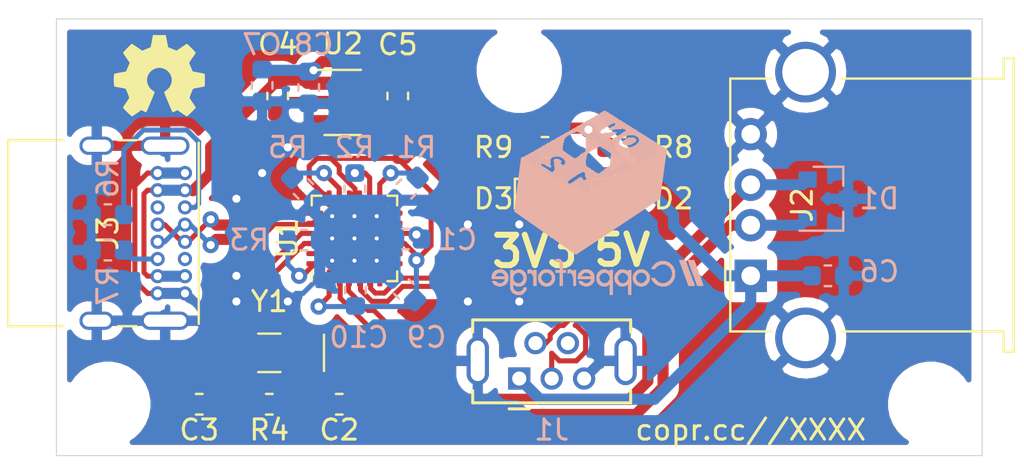
<source format=kicad_pcb>
(kicad_pcb (version 20171130) (host pcbnew "(5.1.2)-1")
  (layers (0 F.Cu mixed) (31 B.Cu mixed hide) (34 B.Paste user hide) (35 F.Paste user) (36 B.SilkS user hide) (37 F.SilkS user) (38 B.Mask user hide) (39 F.Mask user) (44 Edge.Cuts user))
  (net 0 "")
  (net 1 "Net-(C1-Pad2)")
  (net 2 GND)
  (net 3 /XTAL_I)
  (net 4 /XTAL_O)
  (net 5 +5V)
  (net 6 +3V3)
  (net 7 /D2+)
  (net 8 /D2-)
  (net 9 "Net-(D2-Pad2)")
  (net 10 "Net-(D3-Pad2)")
  (net 11 "Net-(J1-Pad4)")
  (net 12 /D1+)
  (net 13 /D1-)
  (net 14 /DIN+)
  (net 15 "Net-(J3-PadB5)")
  (net 16 "Net-(J3-PadB8)")
  (net 17 /DIN-)
  (net 18 "Net-(J3-PadA8)")
  (net 19 "Net-(J3-PadA5)")
  (net 20 "Net-(R1-Pad1)")
  (net 21 "Net-(R2-Pad1)")
  (net 22 "Net-(R3-Pad1)")
  (net 23 "Net-(R5-Pad2)")
  (net 24 "Net-(U1-Pad23)")
  (net 25 "Net-(U1-Pad12)")
  (net 26 "Net-(U1-Pad11)")
  (net 27 "Net-(U1-Pad8)")
  (net 28 "Net-(U1-Pad7)")
  (net 29 "Net-(U1-Pad6)")
  (net 30 "Net-(U2-Pad4)")
  (module Symbol:DD_IRL_NoLegs (layer B.Cu) (at 143.51 68.58 180)
    (fp_text reference DD hide)
    (fp_text value "" (at 0 0 180) (layer B.SilkS) (effects (font (size 1.27 1.27)) (justify mirror)))
  )
  (module Symbol:CU_Logo_LG (layer B.Cu) (at 144.78 77.47 180)
    (fp_text reference LOGO hide)
    (fp_text value "" (at 0 0) (layer B.SilkS) (effects (font (size 1.27 1.27)) (justify mirror)))
  )
  (module Symbol:OSHW-Logo_Custom_5.7x6mm_SilkScreen (layer F.Cu) (at 116.84 69.85)
    (fp_text reference REF** hide)
    (fp_text value OSHW-Logo_Custom_5.7x6mm_SilkScreen hide)
  )
  (module Capacitor_SMD:C_0603_1608Metric (layer B.Cu) (at 126.52999 79.445326 270)
    (fp_text reference C10 (at 2.334674 -0.17001 180) (layer B.SilkS) (effects (justify mirror)))
    (fp_text value 0.1uF)
    (pad 2 smd roundrect (at 0.7875 0 270) (size 0.875 0.95) (layers B.Cu B.Paste B.Mask) (net 6 +3V3))
    (pad 1 smd roundrect (at -0.7875 0 270) (size 0.875 0.95) (layers B.Cu B.Paste B.Mask) (net 2 GND))
  )
  (module Connector_USB:USB_Mini-B_Tensility_54-00023_Vertical (layer F.Cu) (at 134.62 83.82)
    (fp_text reference J1 (at 1.6 2.54) (layer B.SilkS) (effects (justify mirror)))
    (fp_text value USB_B_Mini)
    (pad 6 thru_hole oval (at 5.25 -0.875) (size 1.1 2.4) (drill oval 0.7 2) (layers *.Cu *.Mask) (net 2 GND))
    (pad 6 thru_hole oval (at -2.05 -0.875) (size 1.1 2.4) (drill oval 0.7 2) (layers *.Cu *.Mask) (net 2 GND))
    (pad 5 thru_hole circle (at 3.2 0) (size 1.1 1.1) (drill 0.7) (layers *.Cu *.Mask) (net 2 GND))
    (pad 4 thru_hole circle (at 2.4 -1.75) (size 1.1 1.1) (drill 0.7) (layers *.Cu *.Mask) (net 11 "Net-(J1-Pad4)"))
    (pad 3 thru_hole circle (at 1.6 0) (size 1.1 1.1) (drill 0.7) (layers *.Cu *.Mask) (net 12 /D1+))
    (pad 2 thru_hole circle (at 0.8 -1.75) (size 1.1 1.1) (drill 0.7) (layers *.Cu *.Mask) (net 13 /D1-))
    (pad 1 thru_hole rect (at 0 0) (size 1.1 1.1) (drill 0.7) (layers *.Cu *.Mask) (net 5 +5V))
  )
  (module MountingHole:MountingHole_3.2mm_M3 (layer F.Cu) (at 154.94 85.09)
    (fp_text reference REF**)
    (fp_text value MountingHole_3.2mm_M3)
    (pad 1 np_thru_hole circle (at 0 0) (size 3.2 3.2) (drill 3.2) (layers *.Cu *.Mask))
  )
  (module MountingHole:MountingHole_3.2mm_M3 (layer F.Cu) (at 114.3 85.09)
    (fp_text reference REF** hide)
    (fp_text value MountingHole_3.2mm_M3)
    (pad 1 np_thru_hole circle (at 0 0) (size 3.2 3.2) (drill 3.2) (layers *.Cu *.Mask))
  )
  (module MountingHole:MountingHole_3.2mm_M3 (layer F.Cu) (at 134.62 68.58)
    (fp_text reference REF**)
    (fp_text value MountingHole_3.2mm_M3)
    (pad 1 np_thru_hole circle (at 0 0) (size 3.2 3.2) (drill 3.2) (layers *.Cu *.Mask))
  )
  (module Capacitor_SMD:C_0603_1608Metric (layer B.Cu) (at 128.92 79.39 135)
    (fp_text reference C9 (at -2.481945 -0.898026 180) (layer B.SilkS) (effects (justify mirror)))
    (fp_text value 1uF)
    (pad 2 smd roundrect (at 0.7875 0 135) (size 0.875 0.95) (layers B.Cu B.Paste B.Mask) (net 2 GND))
    (pad 1 smd roundrect (at -0.7875 0 135) (size 0.875 0.95) (layers B.Cu B.Paste B.Mask) (net 6 +3V3))
  )
  (module Package_DFN_QFN:QFN-24-1EP_4x4mm_P0.5mm_EP2.7x2.7mm_ThermalVias (layer F.Cu) (at 126.48 76.8925 90)
    (fp_text reference U1 (at 0 -3.32 90) (layer F.SilkS))
    (fp_text value USB2422)
    (pad 24 smd roundrect (at -1.25 -1.9625 90) (size 0.25 0.825) (layers F.Cu F.Paste F.Mask) (net 22 "Net-(R3-Pad1)"))
    (pad 23 smd roundrect (at -0.75 -1.9625 90) (size 0.25 0.825) (layers F.Cu F.Paste F.Mask) (net 24 "Net-(U1-Pad23)"))
    (pad 22 smd roundrect (at -0.25 -1.9625 90) (size 0.25 0.825) (layers F.Cu F.Paste F.Mask) (net 3 /XTAL_I))
    (pad 21 smd roundrect (at 0.25 -1.9625 90) (size 0.25 0.825) (layers F.Cu F.Paste F.Mask) (net 4 /XTAL_O))
    (pad 20 smd roundrect (at 0.75 -1.9625 90) (size 0.25 0.825) (layers F.Cu F.Paste F.Mask) (net 14 /DIN+))
    (pad 19 smd roundrect (at 1.25 -1.9625 90) (size 0.25 0.825) (layers F.Cu F.Paste F.Mask) (net 17 /DIN-))
    (pad 18 smd roundrect (at 1.9625 -1.25 90) (size 0.825 0.25) (layers F.Cu F.Paste F.Mask) (net 6 +3V3))
    (pad 17 smd roundrect (at 1.9625 -0.75 90) (size 0.825 0.25) (layers F.Cu F.Paste F.Mask) (net 23 "Net-(R5-Pad2)"))
    (pad 16 smd roundrect (at 1.9625 -0.25 90) (size 0.825 0.25) (layers F.Cu F.Paste F.Mask) (net 6 +3V3))
    (pad 15 smd roundrect (at 1.9625 0.25 90) (size 0.825 0.25) (layers F.Cu F.Paste F.Mask) (net 6 +3V3))
    (pad 14 smd roundrect (at 1.9625 0.75 90) (size 0.825 0.25) (layers F.Cu F.Paste F.Mask) (net 21 "Net-(R2-Pad1)"))
    (pad 13 smd roundrect (at 1.9625 1.25 90) (size 0.825 0.25) (layers F.Cu F.Paste F.Mask) (net 20 "Net-(R1-Pad1)"))
    (pad 12 smd roundrect (at 1.25 1.9625 90) (size 0.25 0.825) (layers F.Cu F.Paste F.Mask) (net 25 "Net-(U1-Pad12)"))
    (pad 11 smd roundrect (at 0.75 1.9625 90) (size 0.25 0.825) (layers F.Cu F.Paste F.Mask) (net 26 "Net-(U1-Pad11)"))
    (pad 10 smd roundrect (at 0.25 1.9625 90) (size 0.25 0.825) (layers F.Cu F.Paste F.Mask) (net 1 "Net-(C1-Pad2)"))
    (pad 9 smd roundrect (at -0.25 1.9625 90) (size 0.25 0.825) (layers F.Cu F.Paste F.Mask) (net 6 +3V3))
    (pad 8 smd roundrect (at -0.75 1.9625 90) (size 0.25 0.825) (layers F.Cu F.Paste F.Mask) (net 27 "Net-(U1-Pad8)"))
    (pad 7 smd roundrect (at -1.25 1.9625 90) (size 0.25 0.825) (layers F.Cu F.Paste F.Mask) (net 28 "Net-(U1-Pad7)"))
    (pad 6 smd roundrect (at -1.9625 1.25 90) (size 0.825 0.25) (layers F.Cu F.Paste F.Mask) (net 29 "Net-(U1-Pad6)"))
    (pad 5 smd roundrect (at -1.9625 0.75 90) (size 0.825 0.25) (layers F.Cu F.Paste F.Mask) (net 7 /D2+))
    (pad 4 smd roundrect (at -1.9625 0.25 90) (size 0.825 0.25) (layers F.Cu F.Paste F.Mask) (net 8 /D2-))
    (pad 3 smd roundrect (at -1.9625 -0.25 90) (size 0.825 0.25) (layers F.Cu F.Paste F.Mask) (net 12 /D1+))
    (pad 2 smd roundrect (at -1.9625 -0.75 90) (size 0.825 0.25) (layers F.Cu F.Paste F.Mask) (net 13 /D1-))
    (pad 1 smd roundrect (at -1.9625 -1.25 90) (size 0.825 0.25) (layers F.Cu F.Paste F.Mask) (net 6 +3V3))
    (pad 25 smd roundrect (at 0 0 90) (size 2.7 2.7) (layers B.Cu) (roundrect_rratio 0.09259299999999999) (net 2 GND))
    (pad 25 thru_hole circle (at 1.1 1.1 90) (size 0.5 0.5) (drill 0.2) (layers *.Cu) (net 2 GND))
    (pad 25 thru_hole circle (at 0 1.1 90) (size 0.5 0.5) (drill 0.2) (layers *.Cu) (net 2 GND))
    (pad 25 thru_hole circle (at -1.1 1.1 90) (size 0.5 0.5) (drill 0.2) (layers *.Cu) (net 2 GND))
    (pad 25 thru_hole circle (at 1.1 0 90) (size 0.5 0.5) (drill 0.2) (layers *.Cu) (net 2 GND))
    (pad 25 thru_hole circle (at 0 0 90) (size 0.5 0.5) (drill 0.2) (layers *.Cu) (net 2 GND))
    (pad 25 thru_hole circle (at -1.1 0 90) (size 0.5 0.5) (drill 0.2) (layers *.Cu) (net 2 GND))
    (pad 25 thru_hole circle (at 1.1 -1.1 90) (size 0.5 0.5) (drill 0.2) (layers *.Cu) (net 2 GND))
    (pad 25 thru_hole circle (at 0 -1.1 90) (size 0.5 0.5) (drill 0.2) (layers *.Cu) (net 2 GND))
    (pad 25 thru_hole circle (at -1.1 -1.1 90) (size 0.5 0.5) (drill 0.2) (layers *.Cu) (net 2 GND))
    (pad 25 smd roundrect (at 0 0 90) (size 2.7 2.7) (layers F.Cu F.Mask) (roundrect_rratio 0.09259299999999999) (net 2 GND))
  )
  (module Resistor_SMD:R_0603_1608Metric (layer B.Cu) (at 123.9775 76.97)
    (fp_text reference R3 (at -2.694077 0) (layer B.SilkS) (effects (justify mirror)))
    (fp_text value 12k)
    (pad 1 smd roundrect (at -0.7875 0) (size 0.875 0.95) (layers B.Cu B.Paste B.Mask) (net 22 "Net-(R3-Pad1)"))
    (pad 2 smd roundrect (at 0.7875 0) (size 0.875 0.95) (layers B.Cu B.Paste B.Mask) (net 2 GND))
  )
  (module Capacitor_SMD:C_0603_1608Metric (layer F.Cu) (at 122.69 69.85 270)
    (fp_text reference C4 (at -2.54 0 180) (layer F.SilkS))
    (fp_text value 1uF)
    (pad 2 smd roundrect (at 0.7875 0 270) (size 0.875 0.95) (layers F.Cu F.Paste F.Mask) (net 2 GND))
    (pad 1 smd roundrect (at -0.7875 0 270) (size 0.875 0.95) (layers F.Cu F.Paste F.Mask) (net 5 +5V))
  )
  (module Capacitor_SMD:C_0603_1608Metric (layer B.Cu) (at 129.0025 76.92)
    (fp_text reference C1 (at 2.5575 0.03) (layer B.SilkS) (effects (justify mirror)))
    (fp_text value 1uf)
    (pad 2 smd roundrect (at 0.7875 0) (size 0.875 0.95) (layers B.Cu B.Paste B.Mask) (net 1 "Net-(C1-Pad2)"))
    (pad 1 smd roundrect (at -0.7875 0) (size 0.875 0.95) (layers B.Cu B.Paste B.Mask) (net 2 GND))
  )
  (module Crystal:Crystal_SMD_G8-2Pin_3.2x1.5mm_HandSoldering (layer F.Cu) (at 122.275 82.55 180)
    (fp_text reference Y1 (at 0 2.54) (layer F.SilkS))
    (fp_text value 24M)
    (pad 2 smd rect (at 1.625 0 180) (size 1.75 1.8) (layers F.Cu F.Paste F.Mask) (net 4 /XTAL_O))
    (pad 1 smd rect (at -1.625 0 180) (size 1.75 1.8) (layers F.Cu F.Paste F.Mask) (net 3 /XTAL_I))
  )
  (module Package_TO_SOT_SMD:SOT-23-5 (layer F.Cu) (at 125.9 70.17)
    (fp_text reference U2 (at 0 -2.9) (layer F.SilkS))
    (fp_text value MIC5504-3.3YM5)
    (pad 5 smd rect (at 1.1 -0.95) (size 1.06 0.65) (layers F.Cu F.Paste F.Mask) (net 6 +3V3))
    (pad 4 smd rect (at 1.1 0.95) (size 1.06 0.65) (layers F.Cu F.Paste F.Mask) (net 30 "Net-(U2-Pad4)"))
    (pad 3 smd rect (at -1.1 0.95) (size 1.06 0.65) (layers F.Cu F.Paste F.Mask) (net 5 +5V))
    (pad 2 smd rect (at -1.1 0) (size 1.06 0.65) (layers F.Cu F.Paste F.Mask) (net 2 GND))
    (pad 1 smd rect (at -1.1 -0.95) (size 1.06 0.65) (layers F.Cu F.Paste F.Mask) (net 5 +5V))
  )
  (module Resistor_SMD:R_0603_1608Metric (layer F.Cu) (at 135.89 72.39 180)
    (fp_text reference R9 (at 2.54 0) (layer F.SilkS))
    (fp_text value 220)
    (pad 2 smd roundrect (at 0.7875 0 180) (size 0.875 0.95) (layers F.Cu F.Paste F.Mask) (net 6 +3V3))
    (pad 1 smd roundrect (at -0.7875 0 180) (size 0.875 0.95) (layers F.Cu F.Paste F.Mask) (net 10 "Net-(D3-Pad2)"))
  )
  (module Resistor_SMD:R_0603_1608Metric (layer F.Cu) (at 139.7 72.39 180)
    (fp_text reference R8 (at -2.54 0) (layer F.SilkS))
    (fp_text value 470)
    (pad 2 smd roundrect (at 0.7875 0 180) (size 0.875 0.95) (layers F.Cu F.Paste F.Mask) (net 5 +5V))
    (pad 1 smd roundrect (at -0.7875 0 180) (size 0.875 0.95) (layers F.Cu F.Paste F.Mask) (net 9 "Net-(D2-Pad2)"))
  )
  (module Resistor_SMD:R_0603_1608Metric (layer B.Cu) (at 114.3 77.47)
    (fp_text reference R7 (at 0 1.77 270) (layer B.SilkS) (effects (justify mirror)))
    (fp_text value 5.1k)
    (pad 2 smd roundrect (at 0.7875 0) (size 0.875 0.95) (layers B.Cu B.Paste B.Mask) (net 15 "Net-(J3-PadB5)"))
    (pad 1 smd roundrect (at -0.7875 0) (size 0.875 0.95) (layers B.Cu B.Paste B.Mask) (net 2 GND))
  )
  (module Resistor_SMD:R_0603_1608Metric (layer B.Cu) (at 114.3 75.7175)
    (fp_text reference R6 (at 0 -1.8075 90) (layer B.SilkS) (effects (justify mirror)))
    (fp_text value 5.1k)
    (pad 2 smd roundrect (at 0.7875 0) (size 0.875 0.95) (layers B.Cu B.Paste B.Mask) (net 19 "Net-(J3-PadA5)"))
    (pad 1 smd roundrect (at -0.7875 0) (size 0.875 0.95) (layers B.Cu B.Paste B.Mask) (net 2 GND))
  )
  (module Resistor_SMD:R_0603_1608Metric (layer B.Cu) (at 123.96 74.4475 135)
    (fp_text reference R5 (at 1.999344 0.9104) (layer B.SilkS) (effects (justify mirror)))
    (fp_text value 56k)
    (pad 2 smd roundrect (at 0.7875 0 135) (size 0.875 0.95) (layers B.Cu B.Paste B.Mask) (net 23 "Net-(R5-Pad2)"))
    (pad 1 smd roundrect (at -0.7875 0 135) (size 0.875 0.95) (layers B.Cu B.Paste B.Mask) (net 2 GND))
  )
  (module Resistor_SMD:R_0603_1608Metric (layer F.Cu) (at 122.275 85.09)
    (fp_text reference R4 (at 0 1.27) (layer F.SilkS))
    (fp_text value 1M)
    (pad 2 smd roundrect (at 0.7875 0) (size 0.875 0.95) (layers F.Cu F.Paste F.Mask) (net 3 /XTAL_I))
    (pad 1 smd roundrect (at -0.7875 0) (size 0.875 0.95) (layers F.Cu F.Paste F.Mask) (net 4 /XTAL_O))
  )
  (module Resistor_SMD:R_0603_1608Metric (layer B.Cu) (at 126.5 74.4475 270)
    (fp_text reference R2 (at -2.0575 0.02 180) (layer B.SilkS) (effects (justify mirror)))
    (fp_text value 56k)
    (pad 2 smd roundrect (at 0.7875 0 270) (size 0.875 0.95) (layers B.Cu B.Paste B.Mask) (net 2 GND))
    (pad 1 smd roundrect (at -0.7875 0 270) (size 0.875 0.95) (layers B.Cu B.Paste B.Mask) (net 21 "Net-(R2-Pad1)"))
  )
  (module Resistor_SMD:R_0603_1608Metric (layer B.Cu) (at 129.04 74.4475 225)
    (fp_text reference R1 (at -1.808426 1.101319) (layer B.SilkS) (effects (justify mirror)))
    (fp_text value 56k)
    (pad 2 smd roundrect (at 0.7875 0 225) (size 0.875 0.95) (layers B.Cu B.Paste B.Mask) (net 2 GND))
    (pad 1 smd roundrect (at -0.7875 0 225) (size 0.875 0.95) (layers B.Cu B.Paste B.Mask) (net 20 "Net-(R1-Pad1)"))
  )
  (module Connector_USB:USB_C_Receptacle_GCT_USB4085 (layer F.Cu) (at 118.11 73.66 270)
    (fp_text reference J3 (at 2.975 3.81 90) (layer F.SilkS))
    (fp_text value USB_C_Receptacle_USB2.0)
    (pad S1 thru_hole oval (at 7.3 4.36 270) (size 0.9 1.7) (drill oval 0.6 1.4) (layers *.Cu *.Mask) (net 2 GND))
    (pad S1 thru_hole oval (at -1.35 4.36 270) (size 0.9 1.7) (drill oval 0.6 1.4) (layers *.Cu *.Mask) (net 2 GND))
    (pad S1 thru_hole oval (at 7.3 0.98 270) (size 0.9 2.4) (drill oval 0.6 2.1) (layers *.Cu *.Mask) (net 2 GND))
    (pad S1 thru_hole oval (at -1.35 0.98 270) (size 0.9 2.4) (drill oval 0.6 2.1) (layers *.Cu *.Mask) (net 2 GND))
    (pad B6 thru_hole circle (at 3.4 1.35 270) (size 0.7 0.7) (drill 0.4) (layers *.Cu *.Mask) (net 14 /DIN+))
    (pad B1 thru_hole circle (at 5.95 1.35 270) (size 0.7 0.7) (drill 0.4) (layers *.Cu *.Mask) (net 2 GND))
    (pad B4 thru_hole circle (at 5.1 1.35 270) (size 0.7 0.7) (drill 0.4) (layers *.Cu *.Mask) (net 5 +5V))
    (pad B5 thru_hole circle (at 4.25 1.35 270) (size 0.7 0.7) (drill 0.4) (layers *.Cu *.Mask) (net 15 "Net-(J3-PadB5)"))
    (pad B12 thru_hole circle (at 0 1.35 270) (size 0.7 0.7) (drill 0.4) (layers *.Cu *.Mask) (net 2 GND))
    (pad B8 thru_hole circle (at 1.7 1.35 270) (size 0.7 0.7) (drill 0.4) (layers *.Cu *.Mask) (net 16 "Net-(J3-PadB8)"))
    (pad B7 thru_hole circle (at 2.55 1.35 270) (size 0.7 0.7) (drill 0.4) (layers *.Cu *.Mask) (net 17 /DIN-))
    (pad B9 thru_hole circle (at 0.85 1.35 270) (size 0.7 0.7) (drill 0.4) (layers *.Cu *.Mask) (net 5 +5V))
    (pad A12 thru_hole circle (at 5.95 0 270) (size 0.7 0.7) (drill 0.4) (layers *.Cu *.Mask) (net 2 GND))
    (pad A9 thru_hole circle (at 5.1 0 270) (size 0.7 0.7) (drill 0.4) (layers *.Cu *.Mask) (net 5 +5V))
    (pad A8 thru_hole circle (at 4.25 0 270) (size 0.7 0.7) (drill 0.4) (layers *.Cu *.Mask) (net 18 "Net-(J3-PadA8)"))
    (pad A7 thru_hole circle (at 3.4 0 270) (size 0.7 0.7) (drill 0.4) (layers *.Cu *.Mask) (net 17 /DIN-))
    (pad A6 thru_hole circle (at 2.55 0 270) (size 0.7 0.7) (drill 0.4) (layers *.Cu *.Mask) (net 14 /DIN+))
    (pad A5 thru_hole circle (at 1.7 0 270) (size 0.7 0.7) (drill 0.4) (layers *.Cu *.Mask) (net 19 "Net-(J3-PadA5)"))
    (pad A4 thru_hole circle (at 0.85 0 270) (size 0.7 0.7) (drill 0.4) (layers *.Cu *.Mask) (net 5 +5V))
    (pad A1 thru_hole circle (at 0 0 270) (size 0.7 0.7) (drill 0.4) (layers *.Cu *.Mask) (net 2 GND))
  )
  (module Connector_USB:USB_A_Stewart_SS-52100-001_Horizontal (layer F.Cu) (at 146.05 78.74 90)
    (fp_text reference J2 (at 3.5 2.54 90) (layer F.SilkS))
    (fp_text value USB_A)
    (pad 4 thru_hole circle (at 7 0 90) (size 1.6 1.6) (drill 0.92) (layers *.Cu *.Mask) (net 2 GND))
    (pad 3 thru_hole circle (at 4.5 0 90) (size 1.6 1.6) (drill 0.92) (layers *.Cu *.Mask) (net 7 /D2+))
    (pad 2 thru_hole circle (at 2.5 0 90) (size 1.6 1.6) (drill 0.92) (layers *.Cu *.Mask) (net 8 /D2-))
    (pad 1 thru_hole rect (at 0 0 90) (size 1.6 1.6) (drill 0.92) (layers *.Cu *.Mask) (net 5 +5V))
    (pad 5 thru_hole circle (at -3.07 2.71 90) (size 3 3) (drill 2.3) (layers *.Cu *.Mask) (net 2 GND))
    (pad 5 thru_hole circle (at 10.07 2.71 90) (size 3 3) (drill 2.3) (layers *.Cu *.Mask) (net 2 GND))
  )
  (module LED_SMD:LED_0603_1608Metric (layer F.Cu) (at 135.89 74.68)
    (fp_text reference D3 (at -2.54 0.25) (layer F.SilkS))
    (fp_text value LED)
    (pad 2 smd roundrect (at 0.7875 0) (size 0.875 0.95) (layers F.Cu F.Paste F.Mask) (net 10 "Net-(D3-Pad2)"))
    (pad 1 smd roundrect (at -0.7875 0) (size 0.875 0.95) (layers F.Cu F.Paste F.Mask) (net 2 GND))
  )
  (module LED_SMD:LED_0603_1608Metric (layer F.Cu) (at 139.7 74.68)
    (fp_text reference D2 (at 2.54 0.25) (layer F.SilkS))
    (fp_text value LED)
    (pad 2 smd roundrect (at 0.7875 0) (size 0.875 0.95) (layers F.Cu F.Paste F.Mask) (net 9 "Net-(D2-Pad2)"))
    (pad 1 smd roundrect (at -0.7875 0) (size 0.875 0.95) (layers F.Cu F.Paste F.Mask) (net 2 GND))
  )
  (module Package_TO_SOT_SMD:SOT-23 (layer B.Cu) (at 149.86 74.93)
    (fp_text reference D1 (at 2.54 0) (layer B.SilkS) (effects (justify mirror)))
    (fp_text value SP0502BAHT)
    (pad 3 smd rect (at 1 0) (size 0.9 0.8) (layers B.Cu B.Paste B.Mask) (net 2 GND))
    (pad 2 smd rect (at -1 -0.95) (size 0.9 0.8) (layers B.Cu B.Paste B.Mask) (net 7 /D2+))
    (pad 1 smd rect (at -1 0.95) (size 0.9 0.8) (layers B.Cu B.Paste B.Mask) (net 8 /D2-))
  )
  (module Capacitor_SMD:C_0603_1608Metric (layer B.Cu) (at 124.22 69.43 270)
    (fp_text reference C8 (at -2.12 -0.24) (layer B.SilkS) (effects (justify mirror)))
    (fp_text value 4.7uF)
    (pad 2 smd roundrect (at 0.7875 0 270) (size 0.875 0.95) (layers B.Cu B.Paste B.Mask) (net 2 GND))
    (pad 1 smd roundrect (at -0.7875 0 270) (size 0.875 0.95) (layers B.Cu B.Paste B.Mask) (net 5 +5V))
  )
  (module Capacitor_SMD:C_0603_1608Metric (layer B.Cu) (at 121.92 69.33 270)
    (fp_text reference C7 (at -2.02 0) (layer B.SilkS) (effects (justify mirror)))
    (fp_text value 4.7uF)
    (pad 2 smd roundrect (at 0.7875 0 270) (size 0.875 0.95) (layers B.Cu B.Paste B.Mask) (net 2 GND))
    (pad 1 smd roundrect (at -0.7875 0 270) (size 0.875 0.95) (layers B.Cu B.Paste B.Mask) (net 5 +5V))
  )
  (module Capacitor_SMD:C_0603_1608Metric (layer B.Cu) (at 149.86 78.74)
    (fp_text reference C6 (at 2.54 -0.21 180) (layer B.SilkS) (effects (justify mirror)))
    (fp_text value 4.7uF)
    (pad 2 smd roundrect (at 0.7875 0) (size 0.875 0.95) (layers B.Cu B.Paste B.Mask) (net 2 GND))
    (pad 1 smd roundrect (at -0.7875 0) (size 0.875 0.95) (layers B.Cu B.Paste B.Mask) (net 5 +5V))
  )
  (module Capacitor_SMD:C_0603_1608Metric (layer F.Cu) (at 128.62 69.85 270)
    (fp_text reference C5 (at -2.54 0 180) (layer F.SilkS))
    (fp_text value 1uF)
    (pad 2 smd roundrect (at 0.7875 0 270) (size 0.875 0.95) (layers F.Cu F.Paste F.Mask) (net 2 GND))
    (pad 1 smd roundrect (at -0.7875 0 270) (size 0.875 0.95) (layers F.Cu F.Paste F.Mask) (net 6 +3V3))
  )
  (module Capacitor_SMD:C_0603_1608Metric (layer F.Cu) (at 118.815 85.09 180)
    (fp_text reference C3 (at 0 -1.27) (layer F.SilkS))
    (fp_text value 18pF)
    (pad 2 smd roundrect (at 0.7875 0 180) (size 0.875 0.95) (layers F.Cu F.Paste F.Mask) (net 2 GND))
    (pad 1 smd roundrect (at -0.7875 0 180) (size 0.875 0.95) (layers F.Cu F.Paste F.Mask) (net 4 /XTAL_O))
  )
  (module Capacitor_SMD:C_0603_1608Metric (layer F.Cu) (at 125.73 85.09)
    (fp_text reference C2 (at 0 1.27) (layer F.SilkS))
    (fp_text value 18pF)
    (pad 2 smd roundrect (at 0.7875 0) (size 0.875 0.95) (layers F.Cu F.Paste F.Mask) (net 2 GND))
    (pad 1 smd roundrect (at -0.7875 0) (size 0.875 0.95) (layers F.Cu F.Paste F.Mask) (net 3 /XTAL_I))
  )
  (gr_text "copr.cc//XXXX\n" (at 146.05 86.36) (layer F.SilkS) (effects (font (size 1 1))))
  (gr_line (start 111.76 72.39) (end 111.76 66.04) (layer Edge.Cuts) (width 0.05))
  (gr_line (start 157.48 66.04) (end 111.76 66.04) (layer Edge.Cuts) (width 0.05))
  (gr_line (start 157.48 66.04) (end 157.48 87.63) (layer Edge.Cuts) (width 0.05))
  (gr_line (start 111.76 87.63) (end 111.76 72.39) (layer Edge.Cuts) (width 0.05))
  (gr_line (start 157.48 87.63) (end 111.76 87.63) (layer Edge.Cuts) (width 0.05))
  (gr_text "3V3\n\n" (at 135.39 78.74) (layer F.SilkS) (effects (font (size 1.5 1.5) (thickness 0.3))))
  (gr_text "5V\n" (at 139.7 77.47) (layer F.SilkS) (effects (font (size 1.5 1.5) (thickness 0.3))))
  (via (at 129.54 76.7) (size 0.8) (drill 0.4) (layers F.Cu B.Cu) (net 1))
  (segment (start 129.4825 76.6425) (end 129.54 76.7) (width 0.25) (layer F.Cu) (net 1))
  (segment (start 128.4425 76.6425) (end 129.4825 76.6425) (width 0.25) (layer F.Cu) (net 1))
  (via (at 123.19 80.01) (size 0.8) (drill 0.4) (layers F.Cu B.Cu) (net 2))
  (via (at 120.65 80.01) (size 0.8) (drill 0.4) (layers F.Cu B.Cu) (net 2))
  (via (at 121.92 73.66) (size 0.8) (drill 0.4) (layers F.Cu B.Cu) (net 2))
  (via (at 123.19 72.39) (size 0.8) (drill 0.4) (layers F.Cu B.Cu) (net 2))
  (via (at 120.65 74.93) (size 0.8) (drill 0.4) (layers F.Cu B.Cu) (net 2))
  (via (at 120.65 78.74) (size 0.8) (drill 0.4) (layers F.Cu B.Cu) (net 2))
  (via (at 134.62 76.2) (size 0.8) (drill 0.4) (layers F.Cu B.Cu) (net 2))
  (via (at 134.62 80.01) (size 0.8) (drill 0.4) (layers F.Cu B.Cu) (net 2))
  (via (at 132.08 80.01) (size 0.8) (drill 0.4) (layers F.Cu B.Cu) (net 2))
  (via (at 132.08 76.2) (size 0.8) (drill 0.4) (layers F.Cu B.Cu) (net 2))
  (segment (start 116.76 73.66) (end 118.11 73.66) (width 0.55) (layer B.Cu) (net 2))
  (segment (start 116.76 79.61) (end 118.11 79.61) (width 0.55) (layer B.Cu) (net 2))
  (segment (start 116.265026 79.61) (end 116.76 79.61) (width 0.25) (layer F.Cu) (net 2))
  (segment (start 115.63499 78.979964) (end 116.265026 79.61) (width 0.25) (layer F.Cu) (net 2))
  (segment (start 115.63499 74.290036) (end 115.63499 78.979964) (width 0.25) (layer F.Cu) (net 2))
  (segment (start 116.265026 73.66) (end 115.63499 74.290036) (width 0.25) (layer F.Cu) (net 2))
  (segment (start 116.76 73.66) (end 116.265026 73.66) (width 0.25) (layer F.Cu) (net 2))
  (segment (start 124.516847 75.004347) (end 128.483153 75.004347) (width 0.55) (layer B.Cu) (net 2))
  (segment (start 128.483153 78.713153) (end 128.363153 78.833153) (width 0.55) (layer B.Cu) (net 2))
  (segment (start 128.483153 75.004347) (end 128.483153 78.713153) (width 0.55) (layer B.Cu) (net 2))
  (segment (start 128.363153 78.833153) (end 124.715001 78.833153) (width 0.55) (layer B.Cu) (net 2))
  (segment (start 124.516847 75.656361) (end 124.516847 75.004347) (width 0.55) (layer B.Cu) (net 2))
  (segment (start 124.765 75.904514) (end 124.516847 75.656361) (width 0.55) (layer B.Cu) (net 2))
  (segment (start 124.765 78.783154) (end 124.765 75.904514) (width 0.55) (layer B.Cu) (net 2))
  (segment (start 124.715001 78.833153) (end 124.765 78.783154) (width 0.55) (layer B.Cu) (net 2))
  (segment (start 130.884347 75.004347) (end 132.08 76.2) (width 0.55) (layer B.Cu) (net 2))
  (segment (start 128.483153 75.004347) (end 130.884347 75.004347) (width 0.55) (layer B.Cu) (net 2))
  (segment (start 126.48 76.8925) (end 126.939999 76.8925) (width 4) (layer B.Cu) (net 2))
  (segment (start 123.938153 79.610001) (end 124.715001 78.833153) (width 0.25) (layer B.Cu) (net 2))
  (segment (start 123.589999 79.610001) (end 123.938153 79.610001) (width 0.25) (layer B.Cu) (net 2))
  (segment (start 123.19 80.01) (end 123.589999 79.610001) (width 0.25) (layer B.Cu) (net 2))
  (segment (start 123.1575 70.17) (end 124.8 70.17) (width 0.55) (layer F.Cu) (net 2))
  (segment (start 122.69 70.6375) (end 123.1575 70.17) (width 0.55) (layer F.Cu) (net 2))
  (segment (start 123.9 82.525) (end 123.9 82.55) (width 0.25) (layer F.Cu) (net 3))
  (segment (start 123.9 84.2525) (end 123.0625 85.09) (width 0.25) (layer F.Cu) (net 3))
  (segment (start 123.9 82.55) (end 123.9 84.2525) (width 0.25) (layer F.Cu) (net 3))
  (segment (start 124.105 84.2525) (end 124.9425 85.09) (width 0.25) (layer F.Cu) (net 3))
  (segment (start 123.9 84.2525) (end 124.105 84.2525) (width 0.25) (layer F.Cu) (net 3))
  (segment (start 124.005 77.1425) (end 124.5175 77.1425) (width 0.25) (layer F.Cu) (net 3))
  (segment (start 122.37001 78.77749) (end 124.005 77.1425) (width 0.25) (layer F.Cu) (net 3))
  (segment (start 122.37001 78.77749) (end 122.37001 80.01) (width 0.25) (layer F.Cu) (net 3))
  (segment (start 122.37001 80.01) (end 122.37001 81.4664) (width 0.25) (layer F.Cu) (net 3))
  (segment (start 122.37001 81.4664) (end 122.37001 81.73001) (width 0.25) (layer F.Cu) (net 3))
  (segment (start 122.37001 81.73001) (end 123.19 82.55) (width 0.25) (layer F.Cu) (net 3))
  (segment (start 120.65 84.2525) (end 121.4875 85.09) (width 0.25) (layer F.Cu) (net 4))
  (segment (start 120.65 82.55) (end 120.65 84.2525) (width 0.25) (layer F.Cu) (net 4))
  (segment (start 120.44 84.2525) (end 119.6025 85.09) (width 0.25) (layer F.Cu) (net 4))
  (segment (start 120.65 84.2525) (end 120.44 84.2525) (width 0.25) (layer F.Cu) (net 4))
  (segment (start 123.86859 76.6425) (end 121.92 78.59109) (width 0.25) (layer F.Cu) (net 4))
  (segment (start 124.5175 76.6425) (end 123.86859 76.6425) (width 0.25) (layer F.Cu) (net 4))
  (segment (start 121.92 78.59109) (end 121.92 81.28) (width 0.25) (layer F.Cu) (net 4))
  (segment (start 121.92 81.28) (end 120.65 82.55) (width 0.25) (layer F.Cu) (net 4))
  (segment (start 125.560002 71.12) (end 124.8 71.12) (width 0.55) (layer F.Cu) (net 5))
  (segment (start 125.805001 70.875001) (end 125.560002 71.12) (width 0.55) (layer F.Cu) (net 5))
  (segment (start 125.805001 69.464999) (end 125.805001 70.875001) (width 0.55) (layer F.Cu) (net 5))
  (segment (start 125.560002 69.22) (end 125.805001 69.464999) (width 0.55) (layer F.Cu) (net 5))
  (segment (start 124.8 69.22) (end 125.560002 69.22) (width 0.55) (layer F.Cu) (net 5))
  (segment (start 130.083616 68.14999) (end 124.89001 68.14999) (width 0.55) (layer F.Cu) (net 5))
  (segment (start 133.373616 71.43999) (end 130.083616 68.14999) (width 0.55) (layer F.Cu) (net 5))
  (segment (start 137.96249 71.43999) (end 133.373616 71.43999) (width 0.55) (layer F.Cu) (net 5))
  (segment (start 138.9125 72.39) (end 138.67125 72.14875) (width 0.55) (layer F.Cu) (net 5))
  (segment (start 138.67125 72.14875) (end 138.03625 71.51375) (width 0.55) (layer F.Cu) (net 5))
  (segment (start 138.03625 71.51375) (end 137.96249 71.43999) (width 0.55) (layer F.Cu) (net 5))
  (via (at 138.03625 71.51375) (size 0.8) (drill 0.4) (layers F.Cu B.Cu) (net 5))
  (segment (start 138.03625 71.51375) (end 142.24 75.7175) (width 0.55) (layer B.Cu) (net 5))
  (segment (start 144.7 78.74) (end 146.05 78.74) (width 0.55) (layer B.Cu) (net 5))
  (segment (start 142.24 76.28) (end 144.7 78.74) (width 0.55) (layer B.Cu) (net 5))
  (segment (start 142.24 75.7175) (end 142.24 76.28) (width 0.55) (layer B.Cu) (net 5))
  (segment (start 135.645001 84.845001) (end 134.62 83.82) (width 0.55) (layer B.Cu) (net 5))
  (segment (start 141.294999 84.845001) (end 135.645001 84.845001) (width 0.55) (layer B.Cu) (net 5))
  (segment (start 146.05 80.09) (end 141.294999 84.845001) (width 0.55) (layer B.Cu) (net 5))
  (segment (start 146.05 78.74) (end 146.05 80.09) (width 0.55) (layer B.Cu) (net 5))
  (segment (start 124.46 68.58) (end 121.7725 68.58) (width 0.55) (layer B.Cu) (net 5))
  (segment (start 116.76 74.51) (end 118.085001 74.51) (width 0.55) (layer B.Cu) (net 5))
  (segment (start 118.085001 74.51) (end 118.11 74.51) (width 0.55) (layer B.Cu) (net 5))
  (segment (start 116.76 78.76) (end 118.11 78.76) (width 0.55) (layer B.Cu) (net 5))
  (segment (start 116.265026 78.76) (end 116.76 78.76) (width 0.25) (layer F.Cu) (net 5))
  (segment (start 116.084999 78.579973) (end 116.265026 78.76) (width 0.25) (layer F.Cu) (net 5))
  (segment (start 116.084999 74.690027) (end 116.084999 78.579973) (width 0.25) (layer F.Cu) (net 5))
  (segment (start 116.265026 74.51) (end 116.084999 74.690027) (width 0.25) (layer F.Cu) (net 5))
  (segment (start 116.76 74.51) (end 116.265026 74.51) (width 0.25) (layer F.Cu) (net 5))
  (segment (start 146.05 78.74) (end 149.0725 78.74) (width 0.55) (layer B.Cu) (net 5))
  (segment (start 123.9775 69.0625) (end 124.46 68.58) (width 0.55) (layer F.Cu) (net 5))
  (segment (start 122.69 69.0625) (end 123.9775 69.0625) (width 0.55) (layer F.Cu) (net 5))
  (segment (start 124.135 69.22) (end 123.9775 69.0625) (width 0.55) (layer F.Cu) (net 5))
  (segment (start 124.8 69.22) (end 124.135 69.22) (width 0.55) (layer F.Cu) (net 5))
  (segment (start 119.38 73.66) (end 118.505001 74.534999) (width 0.55) (layer F.Cu) (net 5))
  (segment (start 122.69 69.0625) (end 119.38 72.3725) (width 0.55) (layer F.Cu) (net 5))
  (segment (start 119.38 72.3725) (end 119.38 73.66) (width 0.55) (layer F.Cu) (net 5))
  (segment (start 124.46 68.58) (end 124.89001 68.14999) (width 0.55) (layer F.Cu) (net 5))
  (via (at 124.46 68.58) (size 0.8) (drill 0.4) (layers F.Cu B.Cu) (net 5))
  (via (at 124.71 80.26) (size 0.8) (drill 0.4) (layers F.Cu B.Cu) (net 6))
  (via (at 129.54 77.97) (size 0.8) (drill 0.4) (layers F.Cu B.Cu) (net 6))
  (segment (start 125.004999 74.704999) (end 125.23 74.93) (width 0.25) (layer F.Cu) (net 6))
  (segment (start 126.23 74.93) (end 126.455001 74.704999) (width 0.25) (layer F.Cu) (net 6))
  (segment (start 126.504999 74.704999) (end 126.455001 74.704999) (width 0.25) (layer F.Cu) (net 6))
  (segment (start 126.73 74.93) (end 126.504999 74.704999) (width 0.25) (layer F.Cu) (net 6))
  (segment (start 125.320501 72.934999) (end 125.73 73.344498) (width 0.25) (layer F.Cu) (net 6))
  (segment (start 124.247499 73.311999) (end 124.624499 72.934999) (width 0.25) (layer F.Cu) (net 6))
  (segment (start 124.247499 74.008001) (end 124.247499 73.311999) (width 0.25) (layer F.Cu) (net 6))
  (segment (start 125.004999 74.704999) (end 124.944497 74.704999) (width 0.25) (layer F.Cu) (net 6))
  (segment (start 124.944497 74.704999) (end 124.247499 74.008001) (width 0.25) (layer F.Cu) (net 6))
  (segment (start 126.504999 74.434999) (end 126.504999 74.704999) (width 0.25) (layer F.Cu) (net 6))
  (segment (start 125.73 73.66) (end 126.504999 74.434999) (width 0.25) (layer F.Cu) (net 6))
  (segment (start 125.73 73.344498) (end 125.73 73.66) (width 0.25) (layer F.Cu) (net 6))
  (segment (start 127 69.22) (end 127.205 69.22) (width 0.55) (layer F.Cu) (net 6))
  (segment (start 135.1025 72.39) (end 132.8675 72.39) (width 0.55) (layer F.Cu) (net 6))
  (segment (start 129.54 77.7275) (end 129.54 77.97) (width 0.25) (layer F.Cu) (net 6))
  (segment (start 128.955 77.1425) (end 129.54 77.7275) (width 0.25) (layer F.Cu) (net 6))
  (segment (start 128.4425 77.1425) (end 128.955 77.1425) (width 0.25) (layer F.Cu) (net 6))
  (segment (start 129.54 79.883694) (end 129.476847 79.946847) (width 0.25) (layer B.Cu) (net 6))
  (segment (start 129.54 77.97) (end 129.54 79.883694) (width 0.25) (layer B.Cu) (net 6))
  (segment (start 129.163694 80.26) (end 129.476847 79.946847) (width 0.25) (layer B.Cu) (net 6))
  (segment (start 124.71 80.26) (end 129.163694 80.26) (width 0.25) (layer B.Cu) (net 6))
  (segment (start 125.23 79.74) (end 124.71 80.26) (width 0.25) (layer F.Cu) (net 6))
  (segment (start 125.23 78.855) (end 125.23 79.74) (width 0.25) (layer F.Cu) (net 6))
  (segment (start 128.08 69.22) (end 128.4 68.9) (width 0.55) (layer F.Cu) (net 6))
  (segment (start 127 69.22) (end 128.08 69.22) (width 0.55) (layer F.Cu) (net 6))
  (segment (start 129.54 69.0625) (end 128.62 69.0625) (width 0.55) (layer F.Cu) (net 6))
  (segment (start 129.939999 77.570001) (end 129.54 77.97) (width 0.25) (layer F.Cu) (net 6))
  (segment (start 124.624499 72.934999) (end 125.185001 72.934999) (width 0.25) (layer F.Cu) (net 6))
  (segment (start 125.185001 72.934999) (end 125.320501 72.934999) (width 0.25) (layer F.Cu) (net 6))
  (segment (start 125.185001 72.934999) (end 128.618001 72.934999) (width 0.25) (layer F.Cu) (net 6))
  (segment (start 128.618001 72.934999) (end 130.265001 74.581999) (width 0.25) (layer F.Cu) (net 6))
  (segment (start 130.265001 74.581999) (end 130.265001 77.244999) (width 0.25) (layer F.Cu) (net 6))
  (segment (start 130.265001 77.244999) (end 129.939999 77.570001) (width 0.25) (layer F.Cu) (net 6))
  (segment (start 128.618001 72.934999) (end 128.995001 72.934999) (width 0.55) (layer F.Cu) (net 6))
  (segment (start 129.93375 71.99625) (end 129.93375 69.45625) (width 0.55) (layer F.Cu) (net 6))
  (segment (start 128.995001 72.934999) (end 129.93375 71.99625) (width 0.55) (layer F.Cu) (net 6))
  (segment (start 132.8675 72.39) (end 129.93375 69.45625) (width 0.55) (layer F.Cu) (net 6))
  (segment (start 129.93375 69.45625) (end 129.54 69.0625) (width 0.55) (layer F.Cu) (net 6))
  (segment (start 127.23 78.855) (end 127.205 78.88) (width 0.2) (layer F.Cu) (net 7))
  (segment (start 127.23 78.855) (end 127.27999 78.855) (width 0.25) (layer F.Cu) (net 7))
  (segment (start 141.25 77.75) (end 142.54 77.75) (width 0.55) (layer F.Cu) (net 7))
  (segment (start 142.54 77.75) (end 144.552045 75.737955) (width 0.55) (layer F.Cu) (net 7))
  (segment (start 144.552045 75.737955) (end 146.05 74.24) (width 0.55) (layer F.Cu) (net 7))
  (segment (start 140.69 77.75) (end 131.297954 77.75) (width 0.55) (layer F.Cu) (net 7))
  (segment (start 130.192954 78.855) (end 128.690522 78.855) (width 0.25) (layer F.Cu) (net 7))
  (segment (start 128.690522 78.855) (end 127.953012 79.59251) (width 0.25) (layer F.Cu) (net 7))
  (segment (start 127.953012 79.59251) (end 127.506988 79.59251) (width 0.25) (layer F.Cu) (net 7))
  (segment (start 127.506988 79.59251) (end 127.27999 79.365512) (width 0.25) (layer F.Cu) (net 7))
  (segment (start 127.27999 79.365512) (end 127.27999 78.855) (width 0.25) (layer F.Cu) (net 7))
  (segment (start 131.297954 77.75) (end 130.192954 78.855) (width 0.25) (layer F.Cu) (net 7))
  (segment (start 148.6 74.24) (end 148.86 73.98) (width 0.55) (layer B.Cu) (net 7))
  (segment (start 146.05 74.24) (end 148.6 74.24) (width 0.55) (layer B.Cu) (net 7))
  (segment (start 140.69 77.75) (end 141.25 77.75) (width 0.55) (layer F.Cu) (net 7))
  (segment (start 126.73 78.855) (end 126.755 78.88) (width 0.2) (layer F.Cu) (net 8))
  (segment (start 126.73 78.855) (end 126.77999 78.90499) (width 0.25) (layer F.Cu) (net 8))
  (segment (start 145.054092 76.24) (end 146.05 76.24) (width 0.55) (layer F.Cu) (net 8))
  (segment (start 142.834092 78.46) (end 145.054092 76.24) (width 0.55) (layer F.Cu) (net 8))
  (segment (start 141.25 78.46) (end 142.834092 78.46) (width 0.55) (layer F.Cu) (net 8))
  (segment (start 140.69 78.46) (end 131.592046 78.46) (width 0.55) (layer F.Cu) (net 8))
  (segment (start 127.337165 80.002501) (end 126.77999 79.445326) (width 0.25) (layer F.Cu) (net 8))
  (segment (start 128.122835 80.002501) (end 127.337165 80.002501) (width 0.25) (layer F.Cu) (net 8))
  (segment (start 126.77999 79.445326) (end 126.77999 78.90499) (width 0.25) (layer F.Cu) (net 8))
  (segment (start 128.860336 79.265) (end 128.122835 80.002501) (width 0.25) (layer F.Cu) (net 8))
  (segment (start 131.592046 78.46) (end 130.787046 79.265) (width 0.25) (layer F.Cu) (net 8))
  (segment (start 130.787046 79.265) (end 128.860336 79.265) (width 0.25) (layer F.Cu) (net 8))
  (segment (start 148.5 76.24) (end 148.86 75.88) (width 0.55) (layer B.Cu) (net 8))
  (segment (start 146.05 76.24) (end 148.5 76.24) (width 0.55) (layer B.Cu) (net 8))
  (segment (start 140.69 78.46) (end 141.25 78.46) (width 0.55) (layer F.Cu) (net 8))
  (segment (start 140.4875 72.39) (end 140.4875 74.93) (width 0.25) (layer F.Cu) (net 9))
  (segment (start 136.6775 72.39) (end 136.6775 74.93) (width 0.25) (layer F.Cu) (net 10))
  (segment (start 126.23 78.855) (end 126.205 78.88) (width 0.2) (layer F.Cu) (net 12))
  (segment (start 140.069582 84.845001) (end 131.835001 84.845001) (width 0.55) (layer F.Cu) (net 12))
  (segment (start 140.97 81.28) (end 140.97 83.944583) (width 0.55) (layer F.Cu) (net 12))
  (segment (start 140.97 83.944583) (end 140.069582 84.845001) (width 0.55) (layer F.Cu) (net 12))
  (segment (start 131.835001 84.845001) (end 131.54499 84.55499) (width 0.55) (layer F.Cu) (net 12))
  (segment (start 131.54499 84.55499) (end 128.27 81.28) (width 0.55) (layer F.Cu) (net 12))
  (segment (start 140.45001 80.76001) (end 139.389336 80.76001) (width 0.55) (layer F.Cu) (net 12))
  (segment (start 140.97 81.28) (end 140.45001 80.76001) (width 0.55) (layer F.Cu) (net 12))
  (segment (start 137.384915 81.194999) (end 137.819904 80.76001) (width 0.25) (layer F.Cu) (net 12))
  (segment (start 137.440001 81.194999) (end 137.384915 81.194999) (width 0.25) (layer F.Cu) (net 12))
  (segment (start 136.22 82.565002) (end 136.599999 82.945001) (width 0.25) (layer F.Cu) (net 12))
  (segment (start 136.22 83.82) (end 136.22 82.565002) (width 0.25) (layer F.Cu) (net 12))
  (segment (start 136.599999 82.945001) (end 137.440001 82.945001) (width 0.25) (layer F.Cu) (net 12))
  (segment (start 137.440001 82.945001) (end 137.895001 82.490001) (width 0.25) (layer F.Cu) (net 12))
  (segment (start 137.819904 80.76001) (end 139.389336 80.76001) (width 0.25) (layer F.Cu) (net 12))
  (segment (start 137.895001 82.490001) (end 137.895001 81.649999) (width 0.25) (layer F.Cu) (net 12))
  (segment (start 137.895001 81.649999) (end 137.440001 81.194999) (width 0.25) (layer F.Cu) (net 12))
  (segment (start 126.185 78.9) (end 126.185 79.486746) (width 0.25) (layer F.Cu) (net 12))
  (segment (start 126.23 78.855) (end 126.185 78.9) (width 0.25) (layer F.Cu) (net 12))
  (segment (start 126.185 79.486746) (end 127.150764 80.45251) (width 0.25) (layer F.Cu) (net 12))
  (segment (start 127.150764 80.45251) (end 127.44251 80.45251) (width 0.25) (layer F.Cu) (net 12))
  (segment (start 127.44251 80.45251) (end 128.27 81.28) (width 0.25) (layer F.Cu) (net 12))
  (segment (start 125.73 78.855) (end 125.755 78.88) (width 0.2) (layer F.Cu) (net 13))
  (segment (start 140.380246 85.595011) (end 131.524336 85.59501) (width 0.55) (layer F.Cu) (net 13))
  (segment (start 131.524336 85.59501) (end 131.234325 85.304999) (width 0.55) (layer F.Cu) (net 13))
  (segment (start 131.234325 85.304999) (end 127.739663 81.810337) (width 0.55) (layer F.Cu) (net 13))
  (segment (start 141.72001 80.969336) (end 140.760674 80.01) (width 0.55) (layer F.Cu) (net 13))
  (segment (start 141.72001 84.255247) (end 141.72001 80.969336) (width 0.55) (layer F.Cu) (net 13))
  (segment (start 141.562628 84.412628) (end 141.72001 84.255247) (width 0.55) (layer F.Cu) (net 13))
  (segment (start 141.562628 84.412628) (end 140.380246 85.595011) (width 0.55) (layer F.Cu) (net 13))
  (segment (start 140.760674 80.01) (end 139.7 80.01) (width 0.55) (layer F.Cu) (net 13))
  (segment (start 136.805087 81.194999) (end 137.990086 80.01) (width 0.25) (layer F.Cu) (net 13))
  (segment (start 136.144999 81.649999) (end 136.599999 81.194999) (width 0.25) (layer F.Cu) (net 13))
  (segment (start 135.930086 82.07) (end 136.144999 81.855087) (width 0.25) (layer F.Cu) (net 13))
  (segment (start 135.42 82.07) (end 135.930086 82.07) (width 0.25) (layer F.Cu) (net 13))
  (segment (start 136.599999 81.194999) (end 136.805087 81.194999) (width 0.25) (layer F.Cu) (net 13))
  (segment (start 136.144999 81.855087) (end 136.144999 81.649999) (width 0.25) (layer F.Cu) (net 13))
  (segment (start 137.990086 80.01) (end 139.7 80.01) (width 0.25) (layer F.Cu) (net 13))
  (segment (start 125.775 79.845674) (end 127.739663 81.810337) (width 0.25) (layer F.Cu) (net 13))
  (segment (start 125.775 78.9) (end 125.775 79.845674) (width 0.25) (layer F.Cu) (net 13))
  (segment (start 125.73 78.855) (end 125.775 78.9) (width 0.25) (layer F.Cu) (net 13))
  (via (at 119.38 77.22) (size 0.8) (drill 0.4) (layers F.Cu B.Cu) (net 14))
  (segment (start 117.960998 76.21) (end 118.11 76.21) (width 0.25) (layer B.Cu) (net 14))
  (segment (start 117.110998 77.06) (end 117.960998 76.21) (width 0.25) (layer B.Cu) (net 14))
  (segment (start 116.76 77.06) (end 117.110998 77.06) (width 0.25) (layer B.Cu) (net 14))
  (segment (start 118.37 76.21) (end 119.38 77.22) (width 0.25) (layer B.Cu) (net 14))
  (segment (start 118.11 76.21) (end 118.37 76.21) (width 0.25) (layer B.Cu) (net 14))
  (segment (start 119.38 77.22) (end 119.66 76.94) (width 0.55) (layer F.Cu) (net 14))
  (segment (start 119.66 76.94) (end 121.682046 76.94) (width 0.55) (layer F.Cu) (net 14))
  (segment (start 124.4725 76.0975) (end 124.5175 76.1425) (width 0.25) (layer F.Cu) (net 14))
  (segment (start 121.682046 77.0425) (end 122.524546 76.2) (width 0.25) (layer F.Cu) (net 14))
  (segment (start 122.524546 76.2) (end 124.4725 76.2) (width 0.25) (layer F.Cu) (net 14))
  (segment (start 115.5275 77.91) (end 116.76 77.91) (width 0.25) (layer B.Cu) (net 15))
  (segment (start 115.0875 77.47) (end 115.5275 77.91) (width 0.25) (layer B.Cu) (net 15))
  (via (at 119.38 75.95) (size 0.8) (drill 0.4) (layers F.Cu B.Cu) (net 17))
  (segment (start 117.960998 77.06) (end 118.11 77.06) (width 0.25) (layer F.Cu) (net 17))
  (segment (start 117.110998 76.21) (end 117.960998 77.06) (width 0.25) (layer F.Cu) (net 17))
  (segment (start 116.76 76.21) (end 117.110998 76.21) (width 0.25) (layer F.Cu) (net 17))
  (segment (start 118.27 77.06) (end 119.38 75.95) (width 0.25) (layer F.Cu) (net 17))
  (segment (start 118.11 77.06) (end 118.27 77.06) (width 0.25) (layer F.Cu) (net 17))
  (segment (start 119.66 76.23) (end 121.387954 76.23) (width 0.55) (layer F.Cu) (net 17))
  (segment (start 119.38 75.95) (end 119.66 76.23) (width 0.55) (layer F.Cu) (net 17))
  (segment (start 124.4725 75.6875) (end 124.5175 75.6425) (width 0.25) (layer F.Cu) (net 17))
  (segment (start 121.975454 75.6425) (end 124.5175 75.6425) (width 0.25) (layer F.Cu) (net 17))
  (segment (start 121.387954 76.23) (end 121.930454 75.6875) (width 0.25) (layer F.Cu) (net 17))
  (segment (start 115.0875 75.1425) (end 115.0875 75.7175) (width 0.25) (layer B.Cu) (net 19))
  (segment (start 116.058981 71.53499) (end 115.0875 72.506471) (width 0.25) (layer B.Cu) (net 19))
  (segment (start 118.201019 71.53499) (end 116.058981 71.53499) (width 0.25) (layer B.Cu) (net 19))
  (segment (start 118.785001 72.118972) (end 118.201019 71.53499) (width 0.25) (layer B.Cu) (net 19))
  (segment (start 115.0875 72.506471) (end 115.0875 75.1425) (width 0.25) (layer B.Cu) (net 19))
  (segment (start 118.785001 75.179973) (end 118.785001 72.118972) (width 0.25) (layer B.Cu) (net 19))
  (segment (start 118.604974 75.36) (end 118.785001 75.179973) (width 0.25) (layer B.Cu) (net 19))
  (segment (start 118.11 75.36) (end 118.604974 75.36) (width 0.25) (layer B.Cu) (net 19))
  (via (at 128.27 73.66) (size 0.8) (drill 0.4) (layers F.Cu B.Cu) (net 20))
  (segment (start 127.73 74.2) (end 128.27 73.66) (width 0.25) (layer F.Cu) (net 20))
  (segment (start 127.73 74.93) (end 127.73 74.2) (width 0.25) (layer F.Cu) (net 20))
  (segment (start 129.366194 73.66) (end 129.596847 73.890653) (width 0.25) (layer B.Cu) (net 20))
  (segment (start 128.27 73.66) (end 129.366194 73.66) (width 0.25) (layer B.Cu) (net 20))
  (via (at 126.5 73.66) (size 0.8) (drill 0.4) (layers F.Cu B.Cu) (net 21))
  (segment (start 127.23 74.93) (end 127.23 73.89) (width 0.25) (layer F.Cu) (net 21))
  (segment (start 127 73.66) (end 126.36641 73.66) (width 0.25) (layer F.Cu) (net 21))
  (segment (start 127.23 73.89) (end 127 73.66) (width 0.25) (layer F.Cu) (net 21))
  (via (at 123.746847 78.74) (size 0.8) (drill 0.4) (layers F.Cu B.Cu) (net 22))
  (segment (start 123.92 78.74) (end 124.5175 78.1425) (width 0.25) (layer F.Cu) (net 22))
  (segment (start 123.92 78.74) (end 123.746847 78.74) (width 0.25) (layer F.Cu) (net 22))
  (segment (start 123.19 78.183153) (end 123.746847 78.74) (width 0.25) (layer B.Cu) (net 22))
  (segment (start 123.19 76.97) (end 123.19 78.183153) (width 0.25) (layer B.Cu) (net 22))
  (via (at 124.9725 73.66) (size 0.8) (drill 0.4) (layers F.Cu B.Cu) (net 23))
  (segment (start 125.73 74.4175) (end 124.9725 73.66) (width 0.25) (layer F.Cu) (net 23))
  (segment (start 125.73 74.93) (end 125.73 74.4175) (width 0.25) (layer F.Cu) (net 23))
  (segment (start 123.633806 73.66) (end 123.403153 73.890653) (width 0.25) (layer B.Cu) (net 23))
  (segment (start 124.9725 73.66) (end 123.633806 73.66) (width 0.25) (layer B.Cu) (net 23))
  (zone (net 2) (net_name GND) (layer F.Cu) (connect_pads (clearance 0.508)) (min_thickness 0.254) (fill yes (arc_segments 32) (thermal_gap 0.508) (thermal_bridge_width 0.508))
    (polygon (pts (xy 157.48 66.04) (xy 111.76 66.04) (xy 111.76 87.63) (xy 157.48 87.63)))
  )
  (zone (net 2) (net_name GND) (layer B.Cu) (connect_pads (clearance 0.508)) (min_thickness 0.254) (fill yes (arc_segments 32) (thermal_gap 0.508) (thermal_bridge_width 0.508))
    (polygon (pts (xy 111.76 66.04) (xy 158.75 66.04) (xy 158.75 87.63) (xy 111.76 87.63)))
  )
)
</source>
